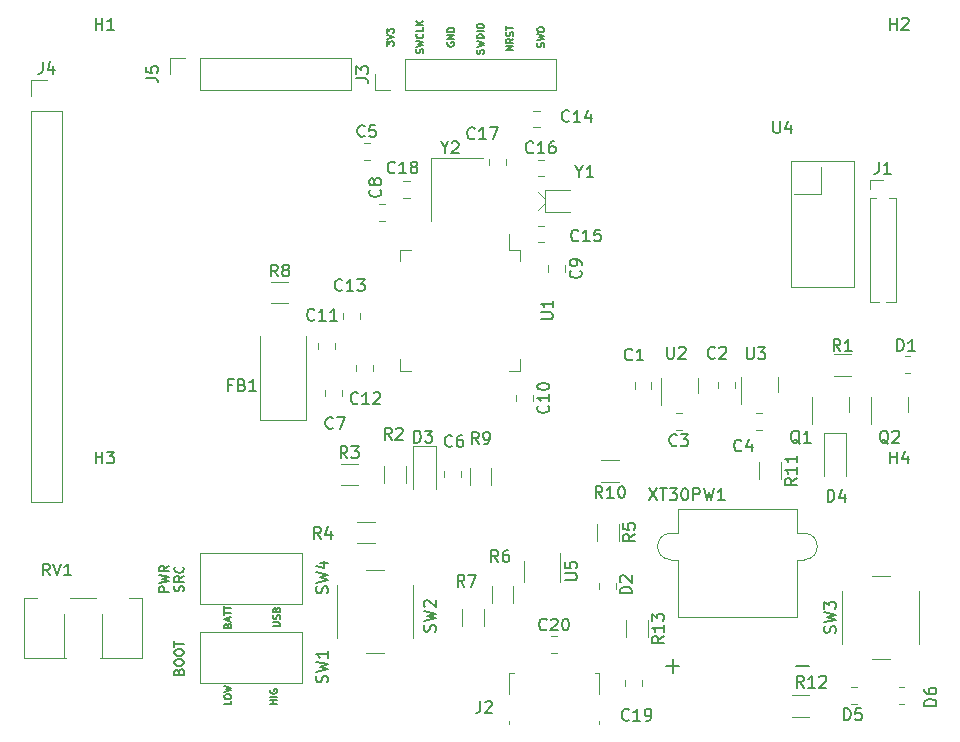
<source format=gbr>
%TF.GenerationSoftware,KiCad,Pcbnew,(6.0.7)*%
%TF.CreationDate,2023-01-25T23:34:06+01:00*%
%TF.ProjectId,TFT_RF_1.0,5446545f-5246-45f3-912e-302e6b696361,rev?*%
%TF.SameCoordinates,Original*%
%TF.FileFunction,Legend,Top*%
%TF.FilePolarity,Positive*%
%FSLAX46Y46*%
G04 Gerber Fmt 4.6, Leading zero omitted, Abs format (unit mm)*
G04 Created by KiCad (PCBNEW (6.0.7)) date 2023-01-25 23:34:06*
%MOMM*%
%LPD*%
G01*
G04 APERTURE LIST*
%ADD10C,0.150000*%
%ADD11C,0.120000*%
G04 APERTURE END LIST*
D10*
X45117857Y-2703571D02*
X45146428Y-2617857D01*
X45146428Y-2475000D01*
X45117857Y-2417857D01*
X45089285Y-2389285D01*
X45032142Y-2360714D01*
X44975000Y-2360714D01*
X44917857Y-2389285D01*
X44889285Y-2417857D01*
X44860714Y-2475000D01*
X44832142Y-2589285D01*
X44803571Y-2646428D01*
X44775000Y-2675000D01*
X44717857Y-2703571D01*
X44660714Y-2703571D01*
X44603571Y-2675000D01*
X44575000Y-2646428D01*
X44546428Y-2589285D01*
X44546428Y-2446428D01*
X44575000Y-2360714D01*
X44546428Y-2160714D02*
X45146428Y-2017857D01*
X44717857Y-1903571D01*
X45146428Y-1789285D01*
X44546428Y-1646428D01*
X44546428Y-1303571D02*
X44546428Y-1189285D01*
X44575000Y-1132142D01*
X44632142Y-1075000D01*
X44746428Y-1046428D01*
X44946428Y-1046428D01*
X45060714Y-1075000D01*
X45117857Y-1132142D01*
X45146428Y-1189285D01*
X45146428Y-1303571D01*
X45117857Y-1360714D01*
X45060714Y-1417857D01*
X44946428Y-1446428D01*
X44746428Y-1446428D01*
X44632142Y-1417857D01*
X44575000Y-1360714D01*
X44546428Y-1303571D01*
X22521428Y-58364285D02*
X21921428Y-58364285D01*
X22207142Y-58364285D02*
X22207142Y-58021428D01*
X22521428Y-58021428D02*
X21921428Y-58021428D01*
X22521428Y-57735714D02*
X21921428Y-57735714D01*
X21950000Y-57135714D02*
X21921428Y-57192857D01*
X21921428Y-57278571D01*
X21950000Y-57364285D01*
X22007142Y-57421428D01*
X22064285Y-57450000D01*
X22178571Y-57478571D01*
X22264285Y-57478571D01*
X22378571Y-57450000D01*
X22435714Y-57421428D01*
X22492857Y-57364285D01*
X22521428Y-57278571D01*
X22521428Y-57221428D01*
X22492857Y-57135714D01*
X22464285Y-57107142D01*
X22264285Y-57107142D01*
X22264285Y-57221428D01*
X13342904Y-48816666D02*
X12542904Y-48816666D01*
X12542904Y-48511904D01*
X12581000Y-48435714D01*
X12619095Y-48397619D01*
X12695285Y-48359523D01*
X12809571Y-48359523D01*
X12885761Y-48397619D01*
X12923857Y-48435714D01*
X12961952Y-48511904D01*
X12961952Y-48816666D01*
X12542904Y-48092857D02*
X13342904Y-47902380D01*
X12771476Y-47750000D01*
X13342904Y-47597619D01*
X12542904Y-47407142D01*
X13342904Y-46645238D02*
X12961952Y-46911904D01*
X13342904Y-47102380D02*
X12542904Y-47102380D01*
X12542904Y-46797619D01*
X12581000Y-46721428D01*
X12619095Y-46683333D01*
X12695285Y-46645238D01*
X12809571Y-46645238D01*
X12885761Y-46683333D01*
X12923857Y-46721428D01*
X12961952Y-46797619D01*
X12961952Y-47102380D01*
X14592809Y-48778571D02*
X14630904Y-48664285D01*
X14630904Y-48473809D01*
X14592809Y-48397619D01*
X14554714Y-48359523D01*
X14478523Y-48321428D01*
X14402333Y-48321428D01*
X14326142Y-48359523D01*
X14288047Y-48397619D01*
X14249952Y-48473809D01*
X14211857Y-48626190D01*
X14173761Y-48702380D01*
X14135666Y-48740476D01*
X14059476Y-48778571D01*
X13983285Y-48778571D01*
X13907095Y-48740476D01*
X13869000Y-48702380D01*
X13830904Y-48626190D01*
X13830904Y-48435714D01*
X13869000Y-48321428D01*
X14630904Y-47521428D02*
X14249952Y-47788095D01*
X14630904Y-47978571D02*
X13830904Y-47978571D01*
X13830904Y-47673809D01*
X13869000Y-47597619D01*
X13907095Y-47559523D01*
X13983285Y-47521428D01*
X14097571Y-47521428D01*
X14173761Y-47559523D01*
X14211857Y-47597619D01*
X14249952Y-47673809D01*
X14249952Y-47978571D01*
X14554714Y-46721428D02*
X14592809Y-46759523D01*
X14630904Y-46873809D01*
X14630904Y-46950000D01*
X14592809Y-47064285D01*
X14516619Y-47140476D01*
X14440428Y-47178571D01*
X14288047Y-47216666D01*
X14173761Y-47216666D01*
X14021380Y-47178571D01*
X13945190Y-47140476D01*
X13869000Y-47064285D01*
X13830904Y-46950000D01*
X13830904Y-46873809D01*
X13869000Y-46759523D01*
X13907095Y-46721428D01*
X31796428Y-2617857D02*
X31796428Y-2246428D01*
X32025000Y-2446428D01*
X32025000Y-2360714D01*
X32053571Y-2303571D01*
X32082142Y-2275000D01*
X32139285Y-2246428D01*
X32282142Y-2246428D01*
X32339285Y-2275000D01*
X32367857Y-2303571D01*
X32396428Y-2360714D01*
X32396428Y-2532142D01*
X32367857Y-2589285D01*
X32339285Y-2617857D01*
X31796428Y-2075000D02*
X32396428Y-1875000D01*
X31796428Y-1675000D01*
X31796428Y-1532142D02*
X31796428Y-1160714D01*
X32025000Y-1360714D01*
X32025000Y-1275000D01*
X32053571Y-1217857D01*
X32082142Y-1189285D01*
X32139285Y-1160714D01*
X32282142Y-1160714D01*
X32339285Y-1189285D01*
X32367857Y-1217857D01*
X32396428Y-1275000D01*
X32396428Y-1446428D01*
X32367857Y-1503571D01*
X32339285Y-1532142D01*
X18646428Y-58096428D02*
X18646428Y-58382142D01*
X18046428Y-58382142D01*
X18046428Y-57782142D02*
X18046428Y-57667857D01*
X18075000Y-57610714D01*
X18132142Y-57553571D01*
X18246428Y-57525000D01*
X18446428Y-57525000D01*
X18560714Y-57553571D01*
X18617857Y-57610714D01*
X18646428Y-57667857D01*
X18646428Y-57782142D01*
X18617857Y-57839285D01*
X18560714Y-57896428D01*
X18446428Y-57925000D01*
X18246428Y-57925000D01*
X18132142Y-57896428D01*
X18075000Y-57839285D01*
X18046428Y-57782142D01*
X18046428Y-57325000D02*
X18646428Y-57182142D01*
X18217857Y-57067857D01*
X18646428Y-56953571D01*
X18046428Y-56810714D01*
X36950000Y-2332142D02*
X36921428Y-2389285D01*
X36921428Y-2475000D01*
X36950000Y-2560714D01*
X37007142Y-2617857D01*
X37064285Y-2646428D01*
X37178571Y-2675000D01*
X37264285Y-2675000D01*
X37378571Y-2646428D01*
X37435714Y-2617857D01*
X37492857Y-2560714D01*
X37521428Y-2475000D01*
X37521428Y-2417857D01*
X37492857Y-2332142D01*
X37464285Y-2303571D01*
X37264285Y-2303571D01*
X37264285Y-2417857D01*
X37521428Y-2046428D02*
X36921428Y-2046428D01*
X37521428Y-1703571D01*
X36921428Y-1703571D01*
X37521428Y-1417857D02*
X36921428Y-1417857D01*
X36921428Y-1275000D01*
X36950000Y-1189285D01*
X37007142Y-1132142D01*
X37064285Y-1103571D01*
X37178571Y-1075000D01*
X37264285Y-1075000D01*
X37378571Y-1103571D01*
X37435714Y-1132142D01*
X37492857Y-1189285D01*
X37521428Y-1275000D01*
X37521428Y-1417857D01*
X42521428Y-2985714D02*
X41921428Y-2985714D01*
X42521428Y-2642857D01*
X41921428Y-2642857D01*
X42521428Y-2014285D02*
X42235714Y-2214285D01*
X42521428Y-2357142D02*
X41921428Y-2357142D01*
X41921428Y-2128571D01*
X41950000Y-2071428D01*
X41978571Y-2042857D01*
X42035714Y-2014285D01*
X42121428Y-2014285D01*
X42178571Y-2042857D01*
X42207142Y-2071428D01*
X42235714Y-2128571D01*
X42235714Y-2357142D01*
X42492857Y-1785714D02*
X42521428Y-1700000D01*
X42521428Y-1557142D01*
X42492857Y-1500000D01*
X42464285Y-1471428D01*
X42407142Y-1442857D01*
X42350000Y-1442857D01*
X42292857Y-1471428D01*
X42264285Y-1500000D01*
X42235714Y-1557142D01*
X42207142Y-1671428D01*
X42178571Y-1728571D01*
X42150000Y-1757142D01*
X42092857Y-1785714D01*
X42035714Y-1785714D01*
X41978571Y-1757142D01*
X41950000Y-1728571D01*
X41921428Y-1671428D01*
X41921428Y-1528571D01*
X41950000Y-1442857D01*
X41921428Y-1271428D02*
X41921428Y-928571D01*
X42521428Y-1100000D02*
X41921428Y-1100000D01*
X39992857Y-3271428D02*
X40021428Y-3185714D01*
X40021428Y-3042857D01*
X39992857Y-2985714D01*
X39964285Y-2957142D01*
X39907142Y-2928571D01*
X39850000Y-2928571D01*
X39792857Y-2957142D01*
X39764285Y-2985714D01*
X39735714Y-3042857D01*
X39707142Y-3157142D01*
X39678571Y-3214285D01*
X39650000Y-3242857D01*
X39592857Y-3271428D01*
X39535714Y-3271428D01*
X39478571Y-3242857D01*
X39450000Y-3214285D01*
X39421428Y-3157142D01*
X39421428Y-3014285D01*
X39450000Y-2928571D01*
X39421428Y-2728571D02*
X40021428Y-2585714D01*
X39592857Y-2471428D01*
X40021428Y-2357142D01*
X39421428Y-2214285D01*
X40021428Y-1985714D02*
X39421428Y-1985714D01*
X39421428Y-1842857D01*
X39450000Y-1757142D01*
X39507142Y-1700000D01*
X39564285Y-1671428D01*
X39678571Y-1642857D01*
X39764285Y-1642857D01*
X39878571Y-1671428D01*
X39935714Y-1700000D01*
X39992857Y-1757142D01*
X40021428Y-1842857D01*
X40021428Y-1985714D01*
X40021428Y-1385714D02*
X39421428Y-1385714D01*
X39421428Y-985714D02*
X39421428Y-871428D01*
X39450000Y-814285D01*
X39507142Y-757142D01*
X39621428Y-728571D01*
X39821428Y-728571D01*
X39935714Y-757142D01*
X39992857Y-814285D01*
X40021428Y-871428D01*
X40021428Y-985714D01*
X39992857Y-1042857D01*
X39935714Y-1100000D01*
X39821428Y-1128571D01*
X39621428Y-1128571D01*
X39507142Y-1100000D01*
X39450000Y-1042857D01*
X39421428Y-985714D01*
X22171428Y-51757142D02*
X22657142Y-51757142D01*
X22714285Y-51728571D01*
X22742857Y-51700000D01*
X22771428Y-51642857D01*
X22771428Y-51528571D01*
X22742857Y-51471428D01*
X22714285Y-51442857D01*
X22657142Y-51414285D01*
X22171428Y-51414285D01*
X22742857Y-51157142D02*
X22771428Y-51071428D01*
X22771428Y-50928571D01*
X22742857Y-50871428D01*
X22714285Y-50842857D01*
X22657142Y-50814285D01*
X22600000Y-50814285D01*
X22542857Y-50842857D01*
X22514285Y-50871428D01*
X22485714Y-50928571D01*
X22457142Y-51042857D01*
X22428571Y-51100000D01*
X22400000Y-51128571D01*
X22342857Y-51157142D01*
X22285714Y-51157142D01*
X22228571Y-51128571D01*
X22200000Y-51100000D01*
X22171428Y-51042857D01*
X22171428Y-50900000D01*
X22200000Y-50814285D01*
X22457142Y-50357142D02*
X22485714Y-50271428D01*
X22514285Y-50242857D01*
X22571428Y-50214285D01*
X22657142Y-50214285D01*
X22714285Y-50242857D01*
X22742857Y-50271428D01*
X22771428Y-50328571D01*
X22771428Y-50557142D01*
X22171428Y-50557142D01*
X22171428Y-50357142D01*
X22200000Y-50300000D01*
X22228571Y-50271428D01*
X22285714Y-50242857D01*
X22342857Y-50242857D01*
X22400000Y-50271428D01*
X22428571Y-50300000D01*
X22457142Y-50357142D01*
X22457142Y-50557142D01*
X18332142Y-51671428D02*
X18360714Y-51585714D01*
X18389285Y-51557142D01*
X18446428Y-51528571D01*
X18532142Y-51528571D01*
X18589285Y-51557142D01*
X18617857Y-51585714D01*
X18646428Y-51642857D01*
X18646428Y-51871428D01*
X18046428Y-51871428D01*
X18046428Y-51671428D01*
X18075000Y-51614285D01*
X18103571Y-51585714D01*
X18160714Y-51557142D01*
X18217857Y-51557142D01*
X18275000Y-51585714D01*
X18303571Y-51614285D01*
X18332142Y-51671428D01*
X18332142Y-51871428D01*
X18475000Y-51300000D02*
X18475000Y-51014285D01*
X18646428Y-51357142D02*
X18046428Y-51157142D01*
X18646428Y-50957142D01*
X18046428Y-50842857D02*
X18046428Y-50500000D01*
X18646428Y-50671428D02*
X18046428Y-50671428D01*
X18046428Y-50385714D02*
X18046428Y-50042857D01*
X18646428Y-50214285D02*
X18046428Y-50214285D01*
X34867857Y-3232142D02*
X34896428Y-3146428D01*
X34896428Y-3003571D01*
X34867857Y-2946428D01*
X34839285Y-2917857D01*
X34782142Y-2889285D01*
X34725000Y-2889285D01*
X34667857Y-2917857D01*
X34639285Y-2946428D01*
X34610714Y-3003571D01*
X34582142Y-3117857D01*
X34553571Y-3175000D01*
X34525000Y-3203571D01*
X34467857Y-3232142D01*
X34410714Y-3232142D01*
X34353571Y-3203571D01*
X34325000Y-3175000D01*
X34296428Y-3117857D01*
X34296428Y-2975000D01*
X34325000Y-2889285D01*
X34296428Y-2689285D02*
X34896428Y-2546428D01*
X34467857Y-2432142D01*
X34896428Y-2317857D01*
X34296428Y-2175000D01*
X34839285Y-1603571D02*
X34867857Y-1632142D01*
X34896428Y-1717857D01*
X34896428Y-1775000D01*
X34867857Y-1860714D01*
X34810714Y-1917857D01*
X34753571Y-1946428D01*
X34639285Y-1975000D01*
X34553571Y-1975000D01*
X34439285Y-1946428D01*
X34382142Y-1917857D01*
X34325000Y-1860714D01*
X34296428Y-1775000D01*
X34296428Y-1717857D01*
X34325000Y-1632142D01*
X34353571Y-1603571D01*
X34896428Y-1060714D02*
X34896428Y-1346428D01*
X34296428Y-1346428D01*
X34896428Y-860714D02*
X34296428Y-860714D01*
X34896428Y-517857D02*
X34553571Y-775000D01*
X34296428Y-517857D02*
X34639285Y-860714D01*
X14192857Y-55585714D02*
X14230952Y-55471428D01*
X14269047Y-55433333D01*
X14345238Y-55395238D01*
X14459523Y-55395238D01*
X14535714Y-55433333D01*
X14573809Y-55471428D01*
X14611904Y-55547619D01*
X14611904Y-55852380D01*
X13811904Y-55852380D01*
X13811904Y-55585714D01*
X13850000Y-55509523D01*
X13888095Y-55471428D01*
X13964285Y-55433333D01*
X14040476Y-55433333D01*
X14116666Y-55471428D01*
X14154761Y-55509523D01*
X14192857Y-55585714D01*
X14192857Y-55852380D01*
X13811904Y-54900000D02*
X13811904Y-54747619D01*
X13850000Y-54671428D01*
X13926190Y-54595238D01*
X14078571Y-54557142D01*
X14345238Y-54557142D01*
X14497619Y-54595238D01*
X14573809Y-54671428D01*
X14611904Y-54747619D01*
X14611904Y-54900000D01*
X14573809Y-54976190D01*
X14497619Y-55052380D01*
X14345238Y-55090476D01*
X14078571Y-55090476D01*
X13926190Y-55052380D01*
X13850000Y-54976190D01*
X13811904Y-54900000D01*
X13811904Y-54061904D02*
X13811904Y-53909523D01*
X13850000Y-53833333D01*
X13926190Y-53757142D01*
X14078571Y-53719047D01*
X14345238Y-53719047D01*
X14497619Y-53757142D01*
X14573809Y-53833333D01*
X14611904Y-53909523D01*
X14611904Y-54061904D01*
X14573809Y-54138095D01*
X14497619Y-54214285D01*
X14345238Y-54252380D01*
X14078571Y-54252380D01*
X13926190Y-54214285D01*
X13850000Y-54138095D01*
X13811904Y-54061904D01*
X13811904Y-53490476D02*
X13811904Y-53033333D01*
X14611904Y-53261904D02*
X13811904Y-53261904D01*
%TO.C,U4*%
X64538095Y-8997380D02*
X64538095Y-9806904D01*
X64585714Y-9902142D01*
X64633333Y-9949761D01*
X64728571Y-9997380D01*
X64919047Y-9997380D01*
X65014285Y-9949761D01*
X65061904Y-9902142D01*
X65109523Y-9806904D01*
X65109523Y-8997380D01*
X66014285Y-9330714D02*
X66014285Y-9997380D01*
X65776190Y-8949761D02*
X65538095Y-9664047D01*
X66157142Y-9664047D01*
%TO.C,C16*%
X44197142Y-11617142D02*
X44149523Y-11664761D01*
X44006666Y-11712380D01*
X43911428Y-11712380D01*
X43768571Y-11664761D01*
X43673333Y-11569523D01*
X43625714Y-11474285D01*
X43578095Y-11283809D01*
X43578095Y-11140952D01*
X43625714Y-10950476D01*
X43673333Y-10855238D01*
X43768571Y-10760000D01*
X43911428Y-10712380D01*
X44006666Y-10712380D01*
X44149523Y-10760000D01*
X44197142Y-10807619D01*
X45149523Y-11712380D02*
X44578095Y-11712380D01*
X44863809Y-11712380D02*
X44863809Y-10712380D01*
X44768571Y-10855238D01*
X44673333Y-10950476D01*
X44578095Y-10998095D01*
X46006666Y-10712380D02*
X45816190Y-10712380D01*
X45720952Y-10760000D01*
X45673333Y-10807619D01*
X45578095Y-10950476D01*
X45530476Y-11140952D01*
X45530476Y-11521904D01*
X45578095Y-11617142D01*
X45625714Y-11664761D01*
X45720952Y-11712380D01*
X45911428Y-11712380D01*
X46006666Y-11664761D01*
X46054285Y-11617142D01*
X46101904Y-11521904D01*
X46101904Y-11283809D01*
X46054285Y-11188571D01*
X46006666Y-11140952D01*
X45911428Y-11093333D01*
X45720952Y-11093333D01*
X45625714Y-11140952D01*
X45578095Y-11188571D01*
X45530476Y-11283809D01*
%TO.C,C15*%
X48032142Y-19082142D02*
X47984523Y-19129761D01*
X47841666Y-19177380D01*
X47746428Y-19177380D01*
X47603571Y-19129761D01*
X47508333Y-19034523D01*
X47460714Y-18939285D01*
X47413095Y-18748809D01*
X47413095Y-18605952D01*
X47460714Y-18415476D01*
X47508333Y-18320238D01*
X47603571Y-18225000D01*
X47746428Y-18177380D01*
X47841666Y-18177380D01*
X47984523Y-18225000D01*
X48032142Y-18272619D01*
X48984523Y-19177380D02*
X48413095Y-19177380D01*
X48698809Y-19177380D02*
X48698809Y-18177380D01*
X48603571Y-18320238D01*
X48508333Y-18415476D01*
X48413095Y-18463095D01*
X49889285Y-18177380D02*
X49413095Y-18177380D01*
X49365476Y-18653571D01*
X49413095Y-18605952D01*
X49508333Y-18558333D01*
X49746428Y-18558333D01*
X49841666Y-18605952D01*
X49889285Y-18653571D01*
X49936904Y-18748809D01*
X49936904Y-18986904D01*
X49889285Y-19082142D01*
X49841666Y-19129761D01*
X49746428Y-19177380D01*
X49508333Y-19177380D01*
X49413095Y-19129761D01*
X49365476Y-19082142D01*
%TO.C,C11*%
X25682142Y-25782142D02*
X25634523Y-25829761D01*
X25491666Y-25877380D01*
X25396428Y-25877380D01*
X25253571Y-25829761D01*
X25158333Y-25734523D01*
X25110714Y-25639285D01*
X25063095Y-25448809D01*
X25063095Y-25305952D01*
X25110714Y-25115476D01*
X25158333Y-25020238D01*
X25253571Y-24925000D01*
X25396428Y-24877380D01*
X25491666Y-24877380D01*
X25634523Y-24925000D01*
X25682142Y-24972619D01*
X26634523Y-25877380D02*
X26063095Y-25877380D01*
X26348809Y-25877380D02*
X26348809Y-24877380D01*
X26253571Y-25020238D01*
X26158333Y-25115476D01*
X26063095Y-25163095D01*
X27586904Y-25877380D02*
X27015476Y-25877380D01*
X27301190Y-25877380D02*
X27301190Y-24877380D01*
X27205952Y-25020238D01*
X27110714Y-25115476D01*
X27015476Y-25163095D01*
%TO.C,D4*%
X69136904Y-41202380D02*
X69136904Y-40202380D01*
X69375000Y-40202380D01*
X69517857Y-40250000D01*
X69613095Y-40345238D01*
X69660714Y-40440476D01*
X69708333Y-40630952D01*
X69708333Y-40773809D01*
X69660714Y-40964285D01*
X69613095Y-41059523D01*
X69517857Y-41154761D01*
X69375000Y-41202380D01*
X69136904Y-41202380D01*
X70565476Y-40535714D02*
X70565476Y-41202380D01*
X70327380Y-40154761D02*
X70089285Y-40869047D01*
X70708333Y-40869047D01*
%TO.C,D6*%
X78327380Y-58488095D02*
X77327380Y-58488095D01*
X77327380Y-58250000D01*
X77375000Y-58107142D01*
X77470238Y-58011904D01*
X77565476Y-57964285D01*
X77755952Y-57916666D01*
X77898809Y-57916666D01*
X78089285Y-57964285D01*
X78184523Y-58011904D01*
X78279761Y-58107142D01*
X78327380Y-58250000D01*
X78327380Y-58488095D01*
X77327380Y-57059523D02*
X77327380Y-57250000D01*
X77375000Y-57345238D01*
X77422619Y-57392857D01*
X77565476Y-57488095D01*
X77755952Y-57535714D01*
X78136904Y-57535714D01*
X78232142Y-57488095D01*
X78279761Y-57440476D01*
X78327380Y-57345238D01*
X78327380Y-57154761D01*
X78279761Y-57059523D01*
X78232142Y-57011904D01*
X78136904Y-56964285D01*
X77898809Y-56964285D01*
X77803571Y-57011904D01*
X77755952Y-57059523D01*
X77708333Y-57154761D01*
X77708333Y-57345238D01*
X77755952Y-57440476D01*
X77803571Y-57488095D01*
X77898809Y-57535714D01*
%TO.C,C6*%
X37333333Y-36482142D02*
X37285714Y-36529761D01*
X37142857Y-36577380D01*
X37047619Y-36577380D01*
X36904761Y-36529761D01*
X36809523Y-36434523D01*
X36761904Y-36339285D01*
X36714285Y-36148809D01*
X36714285Y-36005952D01*
X36761904Y-35815476D01*
X36809523Y-35720238D01*
X36904761Y-35625000D01*
X37047619Y-35577380D01*
X37142857Y-35577380D01*
X37285714Y-35625000D01*
X37333333Y-35672619D01*
X38190476Y-35577380D02*
X38000000Y-35577380D01*
X37904761Y-35625000D01*
X37857142Y-35672619D01*
X37761904Y-35815476D01*
X37714285Y-36005952D01*
X37714285Y-36386904D01*
X37761904Y-36482142D01*
X37809523Y-36529761D01*
X37904761Y-36577380D01*
X38095238Y-36577380D01*
X38190476Y-36529761D01*
X38238095Y-36482142D01*
X38285714Y-36386904D01*
X38285714Y-36148809D01*
X38238095Y-36053571D01*
X38190476Y-36005952D01*
X38095238Y-35958333D01*
X37904761Y-35958333D01*
X37809523Y-36005952D01*
X37761904Y-36053571D01*
X37714285Y-36148809D01*
%TO.C,J4*%
X2666666Y-3972380D02*
X2666666Y-4686666D01*
X2619047Y-4829523D01*
X2523809Y-4924761D01*
X2380952Y-4972380D01*
X2285714Y-4972380D01*
X3571428Y-4305714D02*
X3571428Y-4972380D01*
X3333333Y-3924761D02*
X3095238Y-4639047D01*
X3714285Y-4639047D01*
%TO.C,R7*%
X38383333Y-48402380D02*
X38050000Y-47926190D01*
X37811904Y-48402380D02*
X37811904Y-47402380D01*
X38192857Y-47402380D01*
X38288095Y-47450000D01*
X38335714Y-47497619D01*
X38383333Y-47592857D01*
X38383333Y-47735714D01*
X38335714Y-47830952D01*
X38288095Y-47878571D01*
X38192857Y-47926190D01*
X37811904Y-47926190D01*
X38716666Y-47402380D02*
X39383333Y-47402380D01*
X38954761Y-48402380D01*
%TO.C,C13*%
X28032142Y-23282142D02*
X27984523Y-23329761D01*
X27841666Y-23377380D01*
X27746428Y-23377380D01*
X27603571Y-23329761D01*
X27508333Y-23234523D01*
X27460714Y-23139285D01*
X27413095Y-22948809D01*
X27413095Y-22805952D01*
X27460714Y-22615476D01*
X27508333Y-22520238D01*
X27603571Y-22425000D01*
X27746428Y-22377380D01*
X27841666Y-22377380D01*
X27984523Y-22425000D01*
X28032142Y-22472619D01*
X28984523Y-23377380D02*
X28413095Y-23377380D01*
X28698809Y-23377380D02*
X28698809Y-22377380D01*
X28603571Y-22520238D01*
X28508333Y-22615476D01*
X28413095Y-22663095D01*
X29317857Y-22377380D02*
X29936904Y-22377380D01*
X29603571Y-22758333D01*
X29746428Y-22758333D01*
X29841666Y-22805952D01*
X29889285Y-22853571D01*
X29936904Y-22948809D01*
X29936904Y-23186904D01*
X29889285Y-23282142D01*
X29841666Y-23329761D01*
X29746428Y-23377380D01*
X29460714Y-23377380D01*
X29365476Y-23329761D01*
X29317857Y-23282142D01*
%TO.C,R2*%
X32208333Y-35952380D02*
X31875000Y-35476190D01*
X31636904Y-35952380D02*
X31636904Y-34952380D01*
X32017857Y-34952380D01*
X32113095Y-35000000D01*
X32160714Y-35047619D01*
X32208333Y-35142857D01*
X32208333Y-35285714D01*
X32160714Y-35380952D01*
X32113095Y-35428571D01*
X32017857Y-35476190D01*
X31636904Y-35476190D01*
X32589285Y-35047619D02*
X32636904Y-35000000D01*
X32732142Y-34952380D01*
X32970238Y-34952380D01*
X33065476Y-35000000D01*
X33113095Y-35047619D01*
X33160714Y-35142857D01*
X33160714Y-35238095D01*
X33113095Y-35380952D01*
X32541666Y-35952380D01*
X33160714Y-35952380D01*
%TO.C,C14*%
X47247142Y-8967142D02*
X47199523Y-9014761D01*
X47056666Y-9062380D01*
X46961428Y-9062380D01*
X46818571Y-9014761D01*
X46723333Y-8919523D01*
X46675714Y-8824285D01*
X46628095Y-8633809D01*
X46628095Y-8490952D01*
X46675714Y-8300476D01*
X46723333Y-8205238D01*
X46818571Y-8110000D01*
X46961428Y-8062380D01*
X47056666Y-8062380D01*
X47199523Y-8110000D01*
X47247142Y-8157619D01*
X48199523Y-9062380D02*
X47628095Y-9062380D01*
X47913809Y-9062380D02*
X47913809Y-8062380D01*
X47818571Y-8205238D01*
X47723333Y-8300476D01*
X47628095Y-8348095D01*
X49056666Y-8395714D02*
X49056666Y-9062380D01*
X48818571Y-8014761D02*
X48580476Y-8729047D01*
X49199523Y-8729047D01*
%TO.C,RV1*%
X3279761Y-47452380D02*
X2946428Y-46976190D01*
X2708333Y-47452380D02*
X2708333Y-46452380D01*
X3089285Y-46452380D01*
X3184523Y-46500000D01*
X3232142Y-46547619D01*
X3279761Y-46642857D01*
X3279761Y-46785714D01*
X3232142Y-46880952D01*
X3184523Y-46928571D01*
X3089285Y-46976190D01*
X2708333Y-46976190D01*
X3565476Y-46452380D02*
X3898809Y-47452380D01*
X4232142Y-46452380D01*
X5089285Y-47452380D02*
X4517857Y-47452380D01*
X4803571Y-47452380D02*
X4803571Y-46452380D01*
X4708333Y-46595238D01*
X4613095Y-46690476D01*
X4517857Y-46738095D01*
%TO.C,D2*%
X52542380Y-48978095D02*
X51542380Y-48978095D01*
X51542380Y-48740000D01*
X51590000Y-48597142D01*
X51685238Y-48501904D01*
X51780476Y-48454285D01*
X51970952Y-48406666D01*
X52113809Y-48406666D01*
X52304285Y-48454285D01*
X52399523Y-48501904D01*
X52494761Y-48597142D01*
X52542380Y-48740000D01*
X52542380Y-48978095D01*
X51637619Y-48025714D02*
X51590000Y-47978095D01*
X51542380Y-47882857D01*
X51542380Y-47644761D01*
X51590000Y-47549523D01*
X51637619Y-47501904D01*
X51732857Y-47454285D01*
X51828095Y-47454285D01*
X51970952Y-47501904D01*
X52542380Y-48073333D01*
X52542380Y-47454285D01*
%TO.C,C9*%
X48207142Y-21641666D02*
X48254761Y-21689285D01*
X48302380Y-21832142D01*
X48302380Y-21927380D01*
X48254761Y-22070238D01*
X48159523Y-22165476D01*
X48064285Y-22213095D01*
X47873809Y-22260714D01*
X47730952Y-22260714D01*
X47540476Y-22213095D01*
X47445238Y-22165476D01*
X47350000Y-22070238D01*
X47302380Y-21927380D01*
X47302380Y-21832142D01*
X47350000Y-21689285D01*
X47397619Y-21641666D01*
X48302380Y-21165476D02*
X48302380Y-20975000D01*
X48254761Y-20879761D01*
X48207142Y-20832142D01*
X48064285Y-20736904D01*
X47873809Y-20689285D01*
X47492857Y-20689285D01*
X47397619Y-20736904D01*
X47350000Y-20784523D01*
X47302380Y-20879761D01*
X47302380Y-21070238D01*
X47350000Y-21165476D01*
X47397619Y-21213095D01*
X47492857Y-21260714D01*
X47730952Y-21260714D01*
X47826190Y-21213095D01*
X47873809Y-21165476D01*
X47921428Y-21070238D01*
X47921428Y-20879761D01*
X47873809Y-20784523D01*
X47826190Y-20736904D01*
X47730952Y-20689285D01*
%TO.C,Q1*%
X66779761Y-36297619D02*
X66684523Y-36250000D01*
X66589285Y-36154761D01*
X66446428Y-36011904D01*
X66351190Y-35964285D01*
X66255952Y-35964285D01*
X66303571Y-36202380D02*
X66208333Y-36154761D01*
X66113095Y-36059523D01*
X66065476Y-35869047D01*
X66065476Y-35535714D01*
X66113095Y-35345238D01*
X66208333Y-35250000D01*
X66303571Y-35202380D01*
X66494047Y-35202380D01*
X66589285Y-35250000D01*
X66684523Y-35345238D01*
X66732142Y-35535714D01*
X66732142Y-35869047D01*
X66684523Y-36059523D01*
X66589285Y-36154761D01*
X66494047Y-36202380D01*
X66303571Y-36202380D01*
X67684523Y-36202380D02*
X67113095Y-36202380D01*
X67398809Y-36202380D02*
X67398809Y-35202380D01*
X67303571Y-35345238D01*
X67208333Y-35440476D01*
X67113095Y-35488095D01*
%TO.C,C4*%
X61833333Y-36857142D02*
X61785714Y-36904761D01*
X61642857Y-36952380D01*
X61547619Y-36952380D01*
X61404761Y-36904761D01*
X61309523Y-36809523D01*
X61261904Y-36714285D01*
X61214285Y-36523809D01*
X61214285Y-36380952D01*
X61261904Y-36190476D01*
X61309523Y-36095238D01*
X61404761Y-36000000D01*
X61547619Y-35952380D01*
X61642857Y-35952380D01*
X61785714Y-36000000D01*
X61833333Y-36047619D01*
X62690476Y-36285714D02*
X62690476Y-36952380D01*
X62452380Y-35904761D02*
X62214285Y-36619047D01*
X62833333Y-36619047D01*
%TO.C,U2*%
X55538095Y-28102380D02*
X55538095Y-28911904D01*
X55585714Y-29007142D01*
X55633333Y-29054761D01*
X55728571Y-29102380D01*
X55919047Y-29102380D01*
X56014285Y-29054761D01*
X56061904Y-29007142D01*
X56109523Y-28911904D01*
X56109523Y-28102380D01*
X56538095Y-28197619D02*
X56585714Y-28150000D01*
X56680952Y-28102380D01*
X56919047Y-28102380D01*
X57014285Y-28150000D01*
X57061904Y-28197619D01*
X57109523Y-28292857D01*
X57109523Y-28388095D01*
X57061904Y-28530952D01*
X56490476Y-29102380D01*
X57109523Y-29102380D01*
%TO.C,R6*%
X41233333Y-46302380D02*
X40900000Y-45826190D01*
X40661904Y-46302380D02*
X40661904Y-45302380D01*
X41042857Y-45302380D01*
X41138095Y-45350000D01*
X41185714Y-45397619D01*
X41233333Y-45492857D01*
X41233333Y-45635714D01*
X41185714Y-45730952D01*
X41138095Y-45778571D01*
X41042857Y-45826190D01*
X40661904Y-45826190D01*
X42090476Y-45302380D02*
X41900000Y-45302380D01*
X41804761Y-45350000D01*
X41757142Y-45397619D01*
X41661904Y-45540476D01*
X41614285Y-45730952D01*
X41614285Y-46111904D01*
X41661904Y-46207142D01*
X41709523Y-46254761D01*
X41804761Y-46302380D01*
X41995238Y-46302380D01*
X42090476Y-46254761D01*
X42138095Y-46207142D01*
X42185714Y-46111904D01*
X42185714Y-45873809D01*
X42138095Y-45778571D01*
X42090476Y-45730952D01*
X41995238Y-45683333D01*
X41804761Y-45683333D01*
X41709523Y-45730952D01*
X41661904Y-45778571D01*
X41614285Y-45873809D01*
%TO.C,R10*%
X50057142Y-40897380D02*
X49723809Y-40421190D01*
X49485714Y-40897380D02*
X49485714Y-39897380D01*
X49866666Y-39897380D01*
X49961904Y-39945000D01*
X50009523Y-39992619D01*
X50057142Y-40087857D01*
X50057142Y-40230714D01*
X50009523Y-40325952D01*
X49961904Y-40373571D01*
X49866666Y-40421190D01*
X49485714Y-40421190D01*
X51009523Y-40897380D02*
X50438095Y-40897380D01*
X50723809Y-40897380D02*
X50723809Y-39897380D01*
X50628571Y-40040238D01*
X50533333Y-40135476D01*
X50438095Y-40183095D01*
X51628571Y-39897380D02*
X51723809Y-39897380D01*
X51819047Y-39945000D01*
X51866666Y-39992619D01*
X51914285Y-40087857D01*
X51961904Y-40278333D01*
X51961904Y-40516428D01*
X51914285Y-40706904D01*
X51866666Y-40802142D01*
X51819047Y-40849761D01*
X51723809Y-40897380D01*
X51628571Y-40897380D01*
X51533333Y-40849761D01*
X51485714Y-40802142D01*
X51438095Y-40706904D01*
X51390476Y-40516428D01*
X51390476Y-40278333D01*
X51438095Y-40087857D01*
X51485714Y-39992619D01*
X51533333Y-39945000D01*
X51628571Y-39897380D01*
%TO.C,C12*%
X29357142Y-32857142D02*
X29309523Y-32904761D01*
X29166666Y-32952380D01*
X29071428Y-32952380D01*
X28928571Y-32904761D01*
X28833333Y-32809523D01*
X28785714Y-32714285D01*
X28738095Y-32523809D01*
X28738095Y-32380952D01*
X28785714Y-32190476D01*
X28833333Y-32095238D01*
X28928571Y-32000000D01*
X29071428Y-31952380D01*
X29166666Y-31952380D01*
X29309523Y-32000000D01*
X29357142Y-32047619D01*
X30309523Y-32952380D02*
X29738095Y-32952380D01*
X30023809Y-32952380D02*
X30023809Y-31952380D01*
X29928571Y-32095238D01*
X29833333Y-32190476D01*
X29738095Y-32238095D01*
X30690476Y-32047619D02*
X30738095Y-32000000D01*
X30833333Y-31952380D01*
X31071428Y-31952380D01*
X31166666Y-32000000D01*
X31214285Y-32047619D01*
X31261904Y-32142857D01*
X31261904Y-32238095D01*
X31214285Y-32380952D01*
X30642857Y-32952380D01*
X31261904Y-32952380D01*
%TO.C,U1*%
X44852380Y-25761904D02*
X45661904Y-25761904D01*
X45757142Y-25714285D01*
X45804761Y-25666666D01*
X45852380Y-25571428D01*
X45852380Y-25380952D01*
X45804761Y-25285714D01*
X45757142Y-25238095D01*
X45661904Y-25190476D01*
X44852380Y-25190476D01*
X45852380Y-24190476D02*
X45852380Y-24761904D01*
X45852380Y-24476190D02*
X44852380Y-24476190D01*
X44995238Y-24571428D01*
X45090476Y-24666666D01*
X45138095Y-24761904D01*
%TO.C,SW4*%
X26779761Y-48958333D02*
X26827380Y-48815476D01*
X26827380Y-48577380D01*
X26779761Y-48482142D01*
X26732142Y-48434523D01*
X26636904Y-48386904D01*
X26541666Y-48386904D01*
X26446428Y-48434523D01*
X26398809Y-48482142D01*
X26351190Y-48577380D01*
X26303571Y-48767857D01*
X26255952Y-48863095D01*
X26208333Y-48910714D01*
X26113095Y-48958333D01*
X26017857Y-48958333D01*
X25922619Y-48910714D01*
X25875000Y-48863095D01*
X25827380Y-48767857D01*
X25827380Y-48529761D01*
X25875000Y-48386904D01*
X25827380Y-48053571D02*
X26827380Y-47815476D01*
X26113095Y-47625000D01*
X26827380Y-47434523D01*
X25827380Y-47196428D01*
X26160714Y-46386904D02*
X26827380Y-46386904D01*
X25779761Y-46625000D02*
X26494047Y-46863095D01*
X26494047Y-46244047D01*
%TO.C,D1*%
X75011904Y-28452380D02*
X75011904Y-27452380D01*
X75250000Y-27452380D01*
X75392857Y-27500000D01*
X75488095Y-27595238D01*
X75535714Y-27690476D01*
X75583333Y-27880952D01*
X75583333Y-28023809D01*
X75535714Y-28214285D01*
X75488095Y-28309523D01*
X75392857Y-28404761D01*
X75250000Y-28452380D01*
X75011904Y-28452380D01*
X76535714Y-28452380D02*
X75964285Y-28452380D01*
X76250000Y-28452380D02*
X76250000Y-27452380D01*
X76154761Y-27595238D01*
X76059523Y-27690476D01*
X75964285Y-27738095D01*
%TO.C,C3*%
X56358333Y-36407142D02*
X56310714Y-36454761D01*
X56167857Y-36502380D01*
X56072619Y-36502380D01*
X55929761Y-36454761D01*
X55834523Y-36359523D01*
X55786904Y-36264285D01*
X55739285Y-36073809D01*
X55739285Y-35930952D01*
X55786904Y-35740476D01*
X55834523Y-35645238D01*
X55929761Y-35550000D01*
X56072619Y-35502380D01*
X56167857Y-35502380D01*
X56310714Y-35550000D01*
X56358333Y-35597619D01*
X56691666Y-35502380D02*
X57310714Y-35502380D01*
X56977380Y-35883333D01*
X57120238Y-35883333D01*
X57215476Y-35930952D01*
X57263095Y-35978571D01*
X57310714Y-36073809D01*
X57310714Y-36311904D01*
X57263095Y-36407142D01*
X57215476Y-36454761D01*
X57120238Y-36502380D01*
X56834523Y-36502380D01*
X56739285Y-36454761D01*
X56691666Y-36407142D01*
%TO.C,C20*%
X45332142Y-52007142D02*
X45284523Y-52054761D01*
X45141666Y-52102380D01*
X45046428Y-52102380D01*
X44903571Y-52054761D01*
X44808333Y-51959523D01*
X44760714Y-51864285D01*
X44713095Y-51673809D01*
X44713095Y-51530952D01*
X44760714Y-51340476D01*
X44808333Y-51245238D01*
X44903571Y-51150000D01*
X45046428Y-51102380D01*
X45141666Y-51102380D01*
X45284523Y-51150000D01*
X45332142Y-51197619D01*
X45713095Y-51197619D02*
X45760714Y-51150000D01*
X45855952Y-51102380D01*
X46094047Y-51102380D01*
X46189285Y-51150000D01*
X46236904Y-51197619D01*
X46284523Y-51292857D01*
X46284523Y-51388095D01*
X46236904Y-51530952D01*
X45665476Y-52102380D01*
X46284523Y-52102380D01*
X46903571Y-51102380D02*
X46998809Y-51102380D01*
X47094047Y-51150000D01*
X47141666Y-51197619D01*
X47189285Y-51292857D01*
X47236904Y-51483333D01*
X47236904Y-51721428D01*
X47189285Y-51911904D01*
X47141666Y-52007142D01*
X47094047Y-52054761D01*
X46998809Y-52102380D01*
X46903571Y-52102380D01*
X46808333Y-52054761D01*
X46760714Y-52007142D01*
X46713095Y-51911904D01*
X46665476Y-51721428D01*
X46665476Y-51483333D01*
X46713095Y-51292857D01*
X46760714Y-51197619D01*
X46808333Y-51150000D01*
X46903571Y-51102380D01*
%TO.C,C10*%
X45457142Y-33067857D02*
X45504761Y-33115476D01*
X45552380Y-33258333D01*
X45552380Y-33353571D01*
X45504761Y-33496428D01*
X45409523Y-33591666D01*
X45314285Y-33639285D01*
X45123809Y-33686904D01*
X44980952Y-33686904D01*
X44790476Y-33639285D01*
X44695238Y-33591666D01*
X44600000Y-33496428D01*
X44552380Y-33353571D01*
X44552380Y-33258333D01*
X44600000Y-33115476D01*
X44647619Y-33067857D01*
X45552380Y-32115476D02*
X45552380Y-32686904D01*
X45552380Y-32401190D02*
X44552380Y-32401190D01*
X44695238Y-32496428D01*
X44790476Y-32591666D01*
X44838095Y-32686904D01*
X44552380Y-31496428D02*
X44552380Y-31401190D01*
X44600000Y-31305952D01*
X44647619Y-31258333D01*
X44742857Y-31210714D01*
X44933333Y-31163095D01*
X45171428Y-31163095D01*
X45361904Y-31210714D01*
X45457142Y-31258333D01*
X45504761Y-31305952D01*
X45552380Y-31401190D01*
X45552380Y-31496428D01*
X45504761Y-31591666D01*
X45457142Y-31639285D01*
X45361904Y-31686904D01*
X45171428Y-31734523D01*
X44933333Y-31734523D01*
X44742857Y-31686904D01*
X44647619Y-31639285D01*
X44600000Y-31591666D01*
X44552380Y-31496428D01*
%TO.C,R8*%
X22583333Y-22132380D02*
X22250000Y-21656190D01*
X22011904Y-22132380D02*
X22011904Y-21132380D01*
X22392857Y-21132380D01*
X22488095Y-21180000D01*
X22535714Y-21227619D01*
X22583333Y-21322857D01*
X22583333Y-21465714D01*
X22535714Y-21560952D01*
X22488095Y-21608571D01*
X22392857Y-21656190D01*
X22011904Y-21656190D01*
X23154761Y-21560952D02*
X23059523Y-21513333D01*
X23011904Y-21465714D01*
X22964285Y-21370476D01*
X22964285Y-21322857D01*
X23011904Y-21227619D01*
X23059523Y-21180000D01*
X23154761Y-21132380D01*
X23345238Y-21132380D01*
X23440476Y-21180000D01*
X23488095Y-21227619D01*
X23535714Y-21322857D01*
X23535714Y-21370476D01*
X23488095Y-21465714D01*
X23440476Y-21513333D01*
X23345238Y-21560952D01*
X23154761Y-21560952D01*
X23059523Y-21608571D01*
X23011904Y-21656190D01*
X22964285Y-21751428D01*
X22964285Y-21941904D01*
X23011904Y-22037142D01*
X23059523Y-22084761D01*
X23154761Y-22132380D01*
X23345238Y-22132380D01*
X23440476Y-22084761D01*
X23488095Y-22037142D01*
X23535714Y-21941904D01*
X23535714Y-21751428D01*
X23488095Y-21656190D01*
X23440476Y-21608571D01*
X23345238Y-21560952D01*
%TO.C,C5*%
X29938333Y-10237142D02*
X29890714Y-10284761D01*
X29747857Y-10332380D01*
X29652619Y-10332380D01*
X29509761Y-10284761D01*
X29414523Y-10189523D01*
X29366904Y-10094285D01*
X29319285Y-9903809D01*
X29319285Y-9760952D01*
X29366904Y-9570476D01*
X29414523Y-9475238D01*
X29509761Y-9380000D01*
X29652619Y-9332380D01*
X29747857Y-9332380D01*
X29890714Y-9380000D01*
X29938333Y-9427619D01*
X30843095Y-9332380D02*
X30366904Y-9332380D01*
X30319285Y-9808571D01*
X30366904Y-9760952D01*
X30462142Y-9713333D01*
X30700238Y-9713333D01*
X30795476Y-9760952D01*
X30843095Y-9808571D01*
X30890714Y-9903809D01*
X30890714Y-10141904D01*
X30843095Y-10237142D01*
X30795476Y-10284761D01*
X30700238Y-10332380D01*
X30462142Y-10332380D01*
X30366904Y-10284761D01*
X30319285Y-10237142D01*
%TO.C,Y2*%
X36693809Y-11236190D02*
X36693809Y-11712380D01*
X36360476Y-10712380D02*
X36693809Y-11236190D01*
X37027142Y-10712380D01*
X37312857Y-10807619D02*
X37360476Y-10760000D01*
X37455714Y-10712380D01*
X37693809Y-10712380D01*
X37789047Y-10760000D01*
X37836666Y-10807619D01*
X37884285Y-10902857D01*
X37884285Y-10998095D01*
X37836666Y-11140952D01*
X37265238Y-11712380D01*
X37884285Y-11712380D01*
%TO.C,C8*%
X31232142Y-14791666D02*
X31279761Y-14839285D01*
X31327380Y-14982142D01*
X31327380Y-15077380D01*
X31279761Y-15220238D01*
X31184523Y-15315476D01*
X31089285Y-15363095D01*
X30898809Y-15410714D01*
X30755952Y-15410714D01*
X30565476Y-15363095D01*
X30470238Y-15315476D01*
X30375000Y-15220238D01*
X30327380Y-15077380D01*
X30327380Y-14982142D01*
X30375000Y-14839285D01*
X30422619Y-14791666D01*
X30755952Y-14220238D02*
X30708333Y-14315476D01*
X30660714Y-14363095D01*
X30565476Y-14410714D01*
X30517857Y-14410714D01*
X30422619Y-14363095D01*
X30375000Y-14315476D01*
X30327380Y-14220238D01*
X30327380Y-14029761D01*
X30375000Y-13934523D01*
X30422619Y-13886904D01*
X30517857Y-13839285D01*
X30565476Y-13839285D01*
X30660714Y-13886904D01*
X30708333Y-13934523D01*
X30755952Y-14029761D01*
X30755952Y-14220238D01*
X30803571Y-14315476D01*
X30851190Y-14363095D01*
X30946428Y-14410714D01*
X31136904Y-14410714D01*
X31232142Y-14363095D01*
X31279761Y-14315476D01*
X31327380Y-14220238D01*
X31327380Y-14029761D01*
X31279761Y-13934523D01*
X31232142Y-13886904D01*
X31136904Y-13839285D01*
X30946428Y-13839285D01*
X30851190Y-13886904D01*
X30803571Y-13934523D01*
X30755952Y-14029761D01*
%TO.C,H1*%
X7158095Y-1252380D02*
X7158095Y-252380D01*
X7158095Y-728571D02*
X7729523Y-728571D01*
X7729523Y-1252380D02*
X7729523Y-252380D01*
X8729523Y-1252380D02*
X8158095Y-1252380D01*
X8443809Y-1252380D02*
X8443809Y-252380D01*
X8348571Y-395238D01*
X8253333Y-490476D01*
X8158095Y-538095D01*
%TO.C,R5*%
X52812380Y-43956666D02*
X52336190Y-44290000D01*
X52812380Y-44528095D02*
X51812380Y-44528095D01*
X51812380Y-44147142D01*
X51860000Y-44051904D01*
X51907619Y-44004285D01*
X52002857Y-43956666D01*
X52145714Y-43956666D01*
X52240952Y-44004285D01*
X52288571Y-44051904D01*
X52336190Y-44147142D01*
X52336190Y-44528095D01*
X51812380Y-43051904D02*
X51812380Y-43528095D01*
X52288571Y-43575714D01*
X52240952Y-43528095D01*
X52193333Y-43432857D01*
X52193333Y-43194761D01*
X52240952Y-43099523D01*
X52288571Y-43051904D01*
X52383809Y-43004285D01*
X52621904Y-43004285D01*
X52717142Y-43051904D01*
X52764761Y-43099523D01*
X52812380Y-43194761D01*
X52812380Y-43432857D01*
X52764761Y-43528095D01*
X52717142Y-43575714D01*
%TO.C,R13*%
X55272380Y-52592857D02*
X54796190Y-52926190D01*
X55272380Y-53164285D02*
X54272380Y-53164285D01*
X54272380Y-52783333D01*
X54320000Y-52688095D01*
X54367619Y-52640476D01*
X54462857Y-52592857D01*
X54605714Y-52592857D01*
X54700952Y-52640476D01*
X54748571Y-52688095D01*
X54796190Y-52783333D01*
X54796190Y-53164285D01*
X55272380Y-51640476D02*
X55272380Y-52211904D01*
X55272380Y-51926190D02*
X54272380Y-51926190D01*
X54415238Y-52021428D01*
X54510476Y-52116666D01*
X54558095Y-52211904D01*
X54272380Y-51307142D02*
X54272380Y-50688095D01*
X54653333Y-51021428D01*
X54653333Y-50878571D01*
X54700952Y-50783333D01*
X54748571Y-50735714D01*
X54843809Y-50688095D01*
X55081904Y-50688095D01*
X55177142Y-50735714D01*
X55224761Y-50783333D01*
X55272380Y-50878571D01*
X55272380Y-51164285D01*
X55224761Y-51259523D01*
X55177142Y-51307142D01*
%TO.C,U5*%
X46902380Y-47861904D02*
X47711904Y-47861904D01*
X47807142Y-47814285D01*
X47854761Y-47766666D01*
X47902380Y-47671428D01*
X47902380Y-47480952D01*
X47854761Y-47385714D01*
X47807142Y-47338095D01*
X47711904Y-47290476D01*
X46902380Y-47290476D01*
X46902380Y-46338095D02*
X46902380Y-46814285D01*
X47378571Y-46861904D01*
X47330952Y-46814285D01*
X47283333Y-46719047D01*
X47283333Y-46480952D01*
X47330952Y-46385714D01*
X47378571Y-46338095D01*
X47473809Y-46290476D01*
X47711904Y-46290476D01*
X47807142Y-46338095D01*
X47854761Y-46385714D01*
X47902380Y-46480952D01*
X47902380Y-46719047D01*
X47854761Y-46814285D01*
X47807142Y-46861904D01*
%TO.C,U3*%
X62288095Y-28152380D02*
X62288095Y-28961904D01*
X62335714Y-29057142D01*
X62383333Y-29104761D01*
X62478571Y-29152380D01*
X62669047Y-29152380D01*
X62764285Y-29104761D01*
X62811904Y-29057142D01*
X62859523Y-28961904D01*
X62859523Y-28152380D01*
X63240476Y-28152380D02*
X63859523Y-28152380D01*
X63526190Y-28533333D01*
X63669047Y-28533333D01*
X63764285Y-28580952D01*
X63811904Y-28628571D01*
X63859523Y-28723809D01*
X63859523Y-28961904D01*
X63811904Y-29057142D01*
X63764285Y-29104761D01*
X63669047Y-29152380D01*
X63383333Y-29152380D01*
X63288095Y-29104761D01*
X63240476Y-29057142D01*
%TO.C,C2*%
X59583333Y-29007142D02*
X59535714Y-29054761D01*
X59392857Y-29102380D01*
X59297619Y-29102380D01*
X59154761Y-29054761D01*
X59059523Y-28959523D01*
X59011904Y-28864285D01*
X58964285Y-28673809D01*
X58964285Y-28530952D01*
X59011904Y-28340476D01*
X59059523Y-28245238D01*
X59154761Y-28150000D01*
X59297619Y-28102380D01*
X59392857Y-28102380D01*
X59535714Y-28150000D01*
X59583333Y-28197619D01*
X59964285Y-28197619D02*
X60011904Y-28150000D01*
X60107142Y-28102380D01*
X60345238Y-28102380D01*
X60440476Y-28150000D01*
X60488095Y-28197619D01*
X60535714Y-28292857D01*
X60535714Y-28388095D01*
X60488095Y-28530952D01*
X59916666Y-29102380D01*
X60535714Y-29102380D01*
%TO.C,C18*%
X32492142Y-13317142D02*
X32444523Y-13364761D01*
X32301666Y-13412380D01*
X32206428Y-13412380D01*
X32063571Y-13364761D01*
X31968333Y-13269523D01*
X31920714Y-13174285D01*
X31873095Y-12983809D01*
X31873095Y-12840952D01*
X31920714Y-12650476D01*
X31968333Y-12555238D01*
X32063571Y-12460000D01*
X32206428Y-12412380D01*
X32301666Y-12412380D01*
X32444523Y-12460000D01*
X32492142Y-12507619D01*
X33444523Y-13412380D02*
X32873095Y-13412380D01*
X33158809Y-13412380D02*
X33158809Y-12412380D01*
X33063571Y-12555238D01*
X32968333Y-12650476D01*
X32873095Y-12698095D01*
X34015952Y-12840952D02*
X33920714Y-12793333D01*
X33873095Y-12745714D01*
X33825476Y-12650476D01*
X33825476Y-12602857D01*
X33873095Y-12507619D01*
X33920714Y-12460000D01*
X34015952Y-12412380D01*
X34206428Y-12412380D01*
X34301666Y-12460000D01*
X34349285Y-12507619D01*
X34396904Y-12602857D01*
X34396904Y-12650476D01*
X34349285Y-12745714D01*
X34301666Y-12793333D01*
X34206428Y-12840952D01*
X34015952Y-12840952D01*
X33920714Y-12888571D01*
X33873095Y-12936190D01*
X33825476Y-13031428D01*
X33825476Y-13221904D01*
X33873095Y-13317142D01*
X33920714Y-13364761D01*
X34015952Y-13412380D01*
X34206428Y-13412380D01*
X34301666Y-13364761D01*
X34349285Y-13317142D01*
X34396904Y-13221904D01*
X34396904Y-13031428D01*
X34349285Y-12936190D01*
X34301666Y-12888571D01*
X34206428Y-12840952D01*
%TO.C,J1*%
X73466666Y-12457380D02*
X73466666Y-13171666D01*
X73419047Y-13314523D01*
X73323809Y-13409761D01*
X73180952Y-13457380D01*
X73085714Y-13457380D01*
X74466666Y-13457380D02*
X73895238Y-13457380D01*
X74180952Y-13457380D02*
X74180952Y-12457380D01*
X74085714Y-12600238D01*
X73990476Y-12695476D01*
X73895238Y-12743095D01*
%TO.C,H4*%
X74418095Y-37972380D02*
X74418095Y-36972380D01*
X74418095Y-37448571D02*
X74989523Y-37448571D01*
X74989523Y-37972380D02*
X74989523Y-36972380D01*
X75894285Y-37305714D02*
X75894285Y-37972380D01*
X75656190Y-36924761D02*
X75418095Y-37639047D01*
X76037142Y-37639047D01*
%TO.C,R9*%
X39583333Y-36327380D02*
X39250000Y-35851190D01*
X39011904Y-36327380D02*
X39011904Y-35327380D01*
X39392857Y-35327380D01*
X39488095Y-35375000D01*
X39535714Y-35422619D01*
X39583333Y-35517857D01*
X39583333Y-35660714D01*
X39535714Y-35755952D01*
X39488095Y-35803571D01*
X39392857Y-35851190D01*
X39011904Y-35851190D01*
X40059523Y-36327380D02*
X40250000Y-36327380D01*
X40345238Y-36279761D01*
X40392857Y-36232142D01*
X40488095Y-36089285D01*
X40535714Y-35898809D01*
X40535714Y-35517857D01*
X40488095Y-35422619D01*
X40440476Y-35375000D01*
X40345238Y-35327380D01*
X40154761Y-35327380D01*
X40059523Y-35375000D01*
X40011904Y-35422619D01*
X39964285Y-35517857D01*
X39964285Y-35755952D01*
X40011904Y-35851190D01*
X40059523Y-35898809D01*
X40154761Y-35946428D01*
X40345238Y-35946428D01*
X40440476Y-35898809D01*
X40488095Y-35851190D01*
X40535714Y-35755952D01*
%TO.C,D3*%
X34136904Y-36202380D02*
X34136904Y-35202380D01*
X34375000Y-35202380D01*
X34517857Y-35250000D01*
X34613095Y-35345238D01*
X34660714Y-35440476D01*
X34708333Y-35630952D01*
X34708333Y-35773809D01*
X34660714Y-35964285D01*
X34613095Y-36059523D01*
X34517857Y-36154761D01*
X34375000Y-36202380D01*
X34136904Y-36202380D01*
X35041666Y-35202380D02*
X35660714Y-35202380D01*
X35327380Y-35583333D01*
X35470238Y-35583333D01*
X35565476Y-35630952D01*
X35613095Y-35678571D01*
X35660714Y-35773809D01*
X35660714Y-36011904D01*
X35613095Y-36107142D01*
X35565476Y-36154761D01*
X35470238Y-36202380D01*
X35184523Y-36202380D01*
X35089285Y-36154761D01*
X35041666Y-36107142D01*
%TO.C,FB1*%
X18706666Y-31303571D02*
X18373333Y-31303571D01*
X18373333Y-31827380D02*
X18373333Y-30827380D01*
X18849523Y-30827380D01*
X19563809Y-31303571D02*
X19706666Y-31351190D01*
X19754285Y-31398809D01*
X19801904Y-31494047D01*
X19801904Y-31636904D01*
X19754285Y-31732142D01*
X19706666Y-31779761D01*
X19611428Y-31827380D01*
X19230476Y-31827380D01*
X19230476Y-30827380D01*
X19563809Y-30827380D01*
X19659047Y-30875000D01*
X19706666Y-30922619D01*
X19754285Y-31017857D01*
X19754285Y-31113095D01*
X19706666Y-31208333D01*
X19659047Y-31255952D01*
X19563809Y-31303571D01*
X19230476Y-31303571D01*
X20754285Y-31827380D02*
X20182857Y-31827380D01*
X20468571Y-31827380D02*
X20468571Y-30827380D01*
X20373333Y-30970238D01*
X20278095Y-31065476D01*
X20182857Y-31113095D01*
%TO.C,Y1*%
X48103809Y-13256190D02*
X48103809Y-13732380D01*
X47770476Y-12732380D02*
X48103809Y-13256190D01*
X48437142Y-12732380D01*
X49294285Y-13732380D02*
X48722857Y-13732380D01*
X49008571Y-13732380D02*
X49008571Y-12732380D01*
X48913333Y-12875238D01*
X48818095Y-12970476D01*
X48722857Y-13018095D01*
%TO.C,J5*%
X11432380Y-5333333D02*
X12146666Y-5333333D01*
X12289523Y-5380952D01*
X12384761Y-5476190D01*
X12432380Y-5619047D01*
X12432380Y-5714285D01*
X11432380Y-4380952D02*
X11432380Y-4857142D01*
X11908571Y-4904761D01*
X11860952Y-4857142D01*
X11813333Y-4761904D01*
X11813333Y-4523809D01*
X11860952Y-4428571D01*
X11908571Y-4380952D01*
X12003809Y-4333333D01*
X12241904Y-4333333D01*
X12337142Y-4380952D01*
X12384761Y-4428571D01*
X12432380Y-4523809D01*
X12432380Y-4761904D01*
X12384761Y-4857142D01*
X12337142Y-4904761D01*
%TO.C,Q2*%
X74279761Y-36297619D02*
X74184523Y-36250000D01*
X74089285Y-36154761D01*
X73946428Y-36011904D01*
X73851190Y-35964285D01*
X73755952Y-35964285D01*
X73803571Y-36202380D02*
X73708333Y-36154761D01*
X73613095Y-36059523D01*
X73565476Y-35869047D01*
X73565476Y-35535714D01*
X73613095Y-35345238D01*
X73708333Y-35250000D01*
X73803571Y-35202380D01*
X73994047Y-35202380D01*
X74089285Y-35250000D01*
X74184523Y-35345238D01*
X74232142Y-35535714D01*
X74232142Y-35869047D01*
X74184523Y-36059523D01*
X74089285Y-36154761D01*
X73994047Y-36202380D01*
X73803571Y-36202380D01*
X74613095Y-35297619D02*
X74660714Y-35250000D01*
X74755952Y-35202380D01*
X74994047Y-35202380D01*
X75089285Y-35250000D01*
X75136904Y-35297619D01*
X75184523Y-35392857D01*
X75184523Y-35488095D01*
X75136904Y-35630952D01*
X74565476Y-36202380D01*
X75184523Y-36202380D01*
%TO.C,XT30PW1*%
X54035714Y-40077380D02*
X54702380Y-41077380D01*
X54702380Y-40077380D02*
X54035714Y-41077380D01*
X54940476Y-40077380D02*
X55511904Y-40077380D01*
X55226190Y-41077380D02*
X55226190Y-40077380D01*
X55750000Y-40077380D02*
X56369047Y-40077380D01*
X56035714Y-40458333D01*
X56178571Y-40458333D01*
X56273809Y-40505952D01*
X56321428Y-40553571D01*
X56369047Y-40648809D01*
X56369047Y-40886904D01*
X56321428Y-40982142D01*
X56273809Y-41029761D01*
X56178571Y-41077380D01*
X55892857Y-41077380D01*
X55797619Y-41029761D01*
X55750000Y-40982142D01*
X56988095Y-40077380D02*
X57083333Y-40077380D01*
X57178571Y-40125000D01*
X57226190Y-40172619D01*
X57273809Y-40267857D01*
X57321428Y-40458333D01*
X57321428Y-40696428D01*
X57273809Y-40886904D01*
X57226190Y-40982142D01*
X57178571Y-41029761D01*
X57083333Y-41077380D01*
X56988095Y-41077380D01*
X56892857Y-41029761D01*
X56845238Y-40982142D01*
X56797619Y-40886904D01*
X56750000Y-40696428D01*
X56750000Y-40458333D01*
X56797619Y-40267857D01*
X56845238Y-40172619D01*
X56892857Y-40125000D01*
X56988095Y-40077380D01*
X57750000Y-41077380D02*
X57750000Y-40077380D01*
X58130952Y-40077380D01*
X58226190Y-40125000D01*
X58273809Y-40172619D01*
X58321428Y-40267857D01*
X58321428Y-40410714D01*
X58273809Y-40505952D01*
X58226190Y-40553571D01*
X58130952Y-40601190D01*
X57750000Y-40601190D01*
X58654761Y-40077380D02*
X58892857Y-41077380D01*
X59083333Y-40363095D01*
X59273809Y-41077380D01*
X59511904Y-40077380D01*
X60416666Y-41077380D02*
X59845238Y-41077380D01*
X60130952Y-41077380D02*
X60130952Y-40077380D01*
X60035714Y-40220238D01*
X59940476Y-40315476D01*
X59845238Y-40363095D01*
X66428571Y-55107142D02*
X67571428Y-55107142D01*
X55428571Y-55107142D02*
X56571428Y-55107142D01*
X56000000Y-55678571D02*
X56000000Y-54535714D01*
%TO.C,J2*%
X39716666Y-58102380D02*
X39716666Y-58816666D01*
X39669047Y-58959523D01*
X39573809Y-59054761D01*
X39430952Y-59102380D01*
X39335714Y-59102380D01*
X40145238Y-58197619D02*
X40192857Y-58150000D01*
X40288095Y-58102380D01*
X40526190Y-58102380D01*
X40621428Y-58150000D01*
X40669047Y-58197619D01*
X40716666Y-58292857D01*
X40716666Y-58388095D01*
X40669047Y-58530952D01*
X40097619Y-59102380D01*
X40716666Y-59102380D01*
%TO.C,SW1*%
X26779761Y-56513333D02*
X26827380Y-56370476D01*
X26827380Y-56132380D01*
X26779761Y-56037142D01*
X26732142Y-55989523D01*
X26636904Y-55941904D01*
X26541666Y-55941904D01*
X26446428Y-55989523D01*
X26398809Y-56037142D01*
X26351190Y-56132380D01*
X26303571Y-56322857D01*
X26255952Y-56418095D01*
X26208333Y-56465714D01*
X26113095Y-56513333D01*
X26017857Y-56513333D01*
X25922619Y-56465714D01*
X25875000Y-56418095D01*
X25827380Y-56322857D01*
X25827380Y-56084761D01*
X25875000Y-55941904D01*
X25827380Y-55608571D02*
X26827380Y-55370476D01*
X26113095Y-55180000D01*
X26827380Y-54989523D01*
X25827380Y-54751428D01*
X26827380Y-53846666D02*
X26827380Y-54418095D01*
X26827380Y-54132380D02*
X25827380Y-54132380D01*
X25970238Y-54227619D01*
X26065476Y-54322857D01*
X26113095Y-54418095D01*
%TO.C,C1*%
X52583333Y-29157142D02*
X52535714Y-29204761D01*
X52392857Y-29252380D01*
X52297619Y-29252380D01*
X52154761Y-29204761D01*
X52059523Y-29109523D01*
X52011904Y-29014285D01*
X51964285Y-28823809D01*
X51964285Y-28680952D01*
X52011904Y-28490476D01*
X52059523Y-28395238D01*
X52154761Y-28300000D01*
X52297619Y-28252380D01*
X52392857Y-28252380D01*
X52535714Y-28300000D01*
X52583333Y-28347619D01*
X53535714Y-29252380D02*
X52964285Y-29252380D01*
X53250000Y-29252380D02*
X53250000Y-28252380D01*
X53154761Y-28395238D01*
X53059523Y-28490476D01*
X52964285Y-28538095D01*
%TO.C,C7*%
X27233333Y-34957142D02*
X27185714Y-35004761D01*
X27042857Y-35052380D01*
X26947619Y-35052380D01*
X26804761Y-35004761D01*
X26709523Y-34909523D01*
X26661904Y-34814285D01*
X26614285Y-34623809D01*
X26614285Y-34480952D01*
X26661904Y-34290476D01*
X26709523Y-34195238D01*
X26804761Y-34100000D01*
X26947619Y-34052380D01*
X27042857Y-34052380D01*
X27185714Y-34100000D01*
X27233333Y-34147619D01*
X27566666Y-34052380D02*
X28233333Y-34052380D01*
X27804761Y-35052380D01*
%TO.C,R3*%
X28463333Y-37532380D02*
X28130000Y-37056190D01*
X27891904Y-37532380D02*
X27891904Y-36532380D01*
X28272857Y-36532380D01*
X28368095Y-36580000D01*
X28415714Y-36627619D01*
X28463333Y-36722857D01*
X28463333Y-36865714D01*
X28415714Y-36960952D01*
X28368095Y-37008571D01*
X28272857Y-37056190D01*
X27891904Y-37056190D01*
X28796666Y-36532380D02*
X29415714Y-36532380D01*
X29082380Y-36913333D01*
X29225238Y-36913333D01*
X29320476Y-36960952D01*
X29368095Y-37008571D01*
X29415714Y-37103809D01*
X29415714Y-37341904D01*
X29368095Y-37437142D01*
X29320476Y-37484761D01*
X29225238Y-37532380D01*
X28939523Y-37532380D01*
X28844285Y-37484761D01*
X28796666Y-37437142D01*
%TO.C,R1*%
X70208333Y-28452380D02*
X69875000Y-27976190D01*
X69636904Y-28452380D02*
X69636904Y-27452380D01*
X70017857Y-27452380D01*
X70113095Y-27500000D01*
X70160714Y-27547619D01*
X70208333Y-27642857D01*
X70208333Y-27785714D01*
X70160714Y-27880952D01*
X70113095Y-27928571D01*
X70017857Y-27976190D01*
X69636904Y-27976190D01*
X71160714Y-28452380D02*
X70589285Y-28452380D01*
X70875000Y-28452380D02*
X70875000Y-27452380D01*
X70779761Y-27595238D01*
X70684523Y-27690476D01*
X70589285Y-27738095D01*
%TO.C,SW2*%
X35904761Y-52208333D02*
X35952380Y-52065476D01*
X35952380Y-51827380D01*
X35904761Y-51732142D01*
X35857142Y-51684523D01*
X35761904Y-51636904D01*
X35666666Y-51636904D01*
X35571428Y-51684523D01*
X35523809Y-51732142D01*
X35476190Y-51827380D01*
X35428571Y-52017857D01*
X35380952Y-52113095D01*
X35333333Y-52160714D01*
X35238095Y-52208333D01*
X35142857Y-52208333D01*
X35047619Y-52160714D01*
X35000000Y-52113095D01*
X34952380Y-52017857D01*
X34952380Y-51779761D01*
X35000000Y-51636904D01*
X34952380Y-51303571D02*
X35952380Y-51065476D01*
X35238095Y-50875000D01*
X35952380Y-50684523D01*
X34952380Y-50446428D01*
X35047619Y-50113095D02*
X35000000Y-50065476D01*
X34952380Y-49970238D01*
X34952380Y-49732142D01*
X35000000Y-49636904D01*
X35047619Y-49589285D01*
X35142857Y-49541666D01*
X35238095Y-49541666D01*
X35380952Y-49589285D01*
X35952380Y-50160714D01*
X35952380Y-49541666D01*
%TO.C,R12*%
X67107142Y-56952380D02*
X66773809Y-56476190D01*
X66535714Y-56952380D02*
X66535714Y-55952380D01*
X66916666Y-55952380D01*
X67011904Y-56000000D01*
X67059523Y-56047619D01*
X67107142Y-56142857D01*
X67107142Y-56285714D01*
X67059523Y-56380952D01*
X67011904Y-56428571D01*
X66916666Y-56476190D01*
X66535714Y-56476190D01*
X68059523Y-56952380D02*
X67488095Y-56952380D01*
X67773809Y-56952380D02*
X67773809Y-55952380D01*
X67678571Y-56095238D01*
X67583333Y-56190476D01*
X67488095Y-56238095D01*
X68440476Y-56047619D02*
X68488095Y-56000000D01*
X68583333Y-55952380D01*
X68821428Y-55952380D01*
X68916666Y-56000000D01*
X68964285Y-56047619D01*
X69011904Y-56142857D01*
X69011904Y-56238095D01*
X68964285Y-56380952D01*
X68392857Y-56952380D01*
X69011904Y-56952380D01*
%TO.C,C19*%
X52307142Y-59657142D02*
X52259523Y-59704761D01*
X52116666Y-59752380D01*
X52021428Y-59752380D01*
X51878571Y-59704761D01*
X51783333Y-59609523D01*
X51735714Y-59514285D01*
X51688095Y-59323809D01*
X51688095Y-59180952D01*
X51735714Y-58990476D01*
X51783333Y-58895238D01*
X51878571Y-58800000D01*
X52021428Y-58752380D01*
X52116666Y-58752380D01*
X52259523Y-58800000D01*
X52307142Y-58847619D01*
X53259523Y-59752380D02*
X52688095Y-59752380D01*
X52973809Y-59752380D02*
X52973809Y-58752380D01*
X52878571Y-58895238D01*
X52783333Y-58990476D01*
X52688095Y-59038095D01*
X53735714Y-59752380D02*
X53926190Y-59752380D01*
X54021428Y-59704761D01*
X54069047Y-59657142D01*
X54164285Y-59514285D01*
X54211904Y-59323809D01*
X54211904Y-58942857D01*
X54164285Y-58847619D01*
X54116666Y-58800000D01*
X54021428Y-58752380D01*
X53830952Y-58752380D01*
X53735714Y-58800000D01*
X53688095Y-58847619D01*
X53640476Y-58942857D01*
X53640476Y-59180952D01*
X53688095Y-59276190D01*
X53735714Y-59323809D01*
X53830952Y-59371428D01*
X54021428Y-59371428D01*
X54116666Y-59323809D01*
X54164285Y-59276190D01*
X54211904Y-59180952D01*
%TO.C,H3*%
X7158095Y-37972380D02*
X7158095Y-36972380D01*
X7158095Y-37448571D02*
X7729523Y-37448571D01*
X7729523Y-37972380D02*
X7729523Y-36972380D01*
X8110476Y-36972380D02*
X8729523Y-36972380D01*
X8396190Y-37353333D01*
X8539047Y-37353333D01*
X8634285Y-37400952D01*
X8681904Y-37448571D01*
X8729523Y-37543809D01*
X8729523Y-37781904D01*
X8681904Y-37877142D01*
X8634285Y-37924761D01*
X8539047Y-37972380D01*
X8253333Y-37972380D01*
X8158095Y-37924761D01*
X8110476Y-37877142D01*
%TO.C,SW3*%
X69779761Y-52333333D02*
X69827380Y-52190476D01*
X69827380Y-51952380D01*
X69779761Y-51857142D01*
X69732142Y-51809523D01*
X69636904Y-51761904D01*
X69541666Y-51761904D01*
X69446428Y-51809523D01*
X69398809Y-51857142D01*
X69351190Y-51952380D01*
X69303571Y-52142857D01*
X69255952Y-52238095D01*
X69208333Y-52285714D01*
X69113095Y-52333333D01*
X69017857Y-52333333D01*
X68922619Y-52285714D01*
X68875000Y-52238095D01*
X68827380Y-52142857D01*
X68827380Y-51904761D01*
X68875000Y-51761904D01*
X68827380Y-51428571D02*
X69827380Y-51190476D01*
X69113095Y-51000000D01*
X69827380Y-50809523D01*
X68827380Y-50571428D01*
X68827380Y-50285714D02*
X68827380Y-49666666D01*
X69208333Y-50000000D01*
X69208333Y-49857142D01*
X69255952Y-49761904D01*
X69303571Y-49714285D01*
X69398809Y-49666666D01*
X69636904Y-49666666D01*
X69732142Y-49714285D01*
X69779761Y-49761904D01*
X69827380Y-49857142D01*
X69827380Y-50142857D01*
X69779761Y-50238095D01*
X69732142Y-50285714D01*
%TO.C,J3*%
X29222380Y-5363333D02*
X29936666Y-5363333D01*
X30079523Y-5410952D01*
X30174761Y-5506190D01*
X30222380Y-5649047D01*
X30222380Y-5744285D01*
X29222380Y-4982380D02*
X29222380Y-4363333D01*
X29603333Y-4696666D01*
X29603333Y-4553809D01*
X29650952Y-4458571D01*
X29698571Y-4410952D01*
X29793809Y-4363333D01*
X30031904Y-4363333D01*
X30127142Y-4410952D01*
X30174761Y-4458571D01*
X30222380Y-4553809D01*
X30222380Y-4839523D01*
X30174761Y-4934761D01*
X30127142Y-4982380D01*
%TO.C,C17*%
X39247142Y-10427142D02*
X39199523Y-10474761D01*
X39056666Y-10522380D01*
X38961428Y-10522380D01*
X38818571Y-10474761D01*
X38723333Y-10379523D01*
X38675714Y-10284285D01*
X38628095Y-10093809D01*
X38628095Y-9950952D01*
X38675714Y-9760476D01*
X38723333Y-9665238D01*
X38818571Y-9570000D01*
X38961428Y-9522380D01*
X39056666Y-9522380D01*
X39199523Y-9570000D01*
X39247142Y-9617619D01*
X40199523Y-10522380D02*
X39628095Y-10522380D01*
X39913809Y-10522380D02*
X39913809Y-9522380D01*
X39818571Y-9665238D01*
X39723333Y-9760476D01*
X39628095Y-9808095D01*
X40532857Y-9522380D02*
X41199523Y-9522380D01*
X40770952Y-10522380D01*
%TO.C,R4*%
X26233333Y-44352380D02*
X25900000Y-43876190D01*
X25661904Y-44352380D02*
X25661904Y-43352380D01*
X26042857Y-43352380D01*
X26138095Y-43400000D01*
X26185714Y-43447619D01*
X26233333Y-43542857D01*
X26233333Y-43685714D01*
X26185714Y-43780952D01*
X26138095Y-43828571D01*
X26042857Y-43876190D01*
X25661904Y-43876190D01*
X27090476Y-43685714D02*
X27090476Y-44352380D01*
X26852380Y-43304761D02*
X26614285Y-44019047D01*
X27233333Y-44019047D01*
%TO.C,H2*%
X74418095Y-1252380D02*
X74418095Y-252380D01*
X74418095Y-728571D02*
X74989523Y-728571D01*
X74989523Y-1252380D02*
X74989523Y-252380D01*
X75418095Y-347619D02*
X75465714Y-300000D01*
X75560952Y-252380D01*
X75799047Y-252380D01*
X75894285Y-300000D01*
X75941904Y-347619D01*
X75989523Y-442857D01*
X75989523Y-538095D01*
X75941904Y-680952D01*
X75370476Y-1252380D01*
X75989523Y-1252380D01*
%TO.C,R11*%
X66522380Y-39217857D02*
X66046190Y-39551190D01*
X66522380Y-39789285D02*
X65522380Y-39789285D01*
X65522380Y-39408333D01*
X65570000Y-39313095D01*
X65617619Y-39265476D01*
X65712857Y-39217857D01*
X65855714Y-39217857D01*
X65950952Y-39265476D01*
X65998571Y-39313095D01*
X66046190Y-39408333D01*
X66046190Y-39789285D01*
X66522380Y-38265476D02*
X66522380Y-38836904D01*
X66522380Y-38551190D02*
X65522380Y-38551190D01*
X65665238Y-38646428D01*
X65760476Y-38741666D01*
X65808095Y-38836904D01*
X66522380Y-37313095D02*
X66522380Y-37884523D01*
X66522380Y-37598809D02*
X65522380Y-37598809D01*
X65665238Y-37694047D01*
X65760476Y-37789285D01*
X65808095Y-37884523D01*
%TO.C,D5*%
X70511904Y-59702380D02*
X70511904Y-58702380D01*
X70750000Y-58702380D01*
X70892857Y-58750000D01*
X70988095Y-58845238D01*
X71035714Y-58940476D01*
X71083333Y-59130952D01*
X71083333Y-59273809D01*
X71035714Y-59464285D01*
X70988095Y-59559523D01*
X70892857Y-59654761D01*
X70750000Y-59702380D01*
X70511904Y-59702380D01*
X71988095Y-58702380D02*
X71511904Y-58702380D01*
X71464285Y-59178571D01*
X71511904Y-59130952D01*
X71607142Y-59083333D01*
X71845238Y-59083333D01*
X71940476Y-59130952D01*
X71988095Y-59178571D01*
X72035714Y-59273809D01*
X72035714Y-59511904D01*
X71988095Y-59607142D01*
X71940476Y-59654761D01*
X71845238Y-59702380D01*
X71607142Y-59702380D01*
X71511904Y-59654761D01*
X71464285Y-59607142D01*
D11*
%TO.C,U4*%
X66030000Y-12396000D02*
X66030000Y-12396000D01*
X66030000Y-23064000D02*
X66030000Y-12396000D01*
X66030000Y-12396000D02*
X71364000Y-12396000D01*
X66284000Y-15190000D02*
X66284000Y-15190000D01*
X68570000Y-12904000D02*
X68570000Y-15190000D01*
X66030000Y-23064000D02*
X66030000Y-23064000D01*
X71364000Y-23064000D02*
X66030000Y-23064000D01*
X71364000Y-12396000D02*
X71364000Y-23064000D01*
X68570000Y-15190000D02*
X66284000Y-15190000D01*
%TO.C,C16*%
X44588748Y-13660000D02*
X45111252Y-13660000D01*
X44588748Y-12240000D02*
X45111252Y-12240000D01*
%TO.C,C15*%
X44588748Y-17840000D02*
X45111252Y-17840000D01*
X44588748Y-19260000D02*
X45111252Y-19260000D01*
%TO.C,C11*%
X27385000Y-27738748D02*
X27385000Y-28261252D01*
X25965000Y-27738748D02*
X25965000Y-28261252D01*
%TO.C,D4*%
X70700000Y-35365000D02*
X70700000Y-39025000D01*
X68800000Y-35365000D02*
X68800000Y-39025000D01*
X70700000Y-35365000D02*
X68800000Y-35365000D01*
%TO.C,D6*%
X75147936Y-58360000D02*
X75602064Y-58360000D01*
X75147936Y-56890000D02*
X75602064Y-56890000D01*
%TO.C,C6*%
X36665000Y-38588748D02*
X36665000Y-39111252D01*
X38085000Y-38588748D02*
X38085000Y-39111252D01*
%TO.C,J4*%
X1670000Y-5520000D02*
X3000000Y-5520000D01*
X1670000Y-6850000D02*
X1670000Y-5520000D01*
X1670000Y-8120000D02*
X4330000Y-8120000D01*
X4330000Y-8120000D02*
X4330000Y-41200000D01*
X1670000Y-8120000D02*
X1670000Y-41200000D01*
X1670000Y-41200000D02*
X4330000Y-41200000D01*
%TO.C,R7*%
X38190000Y-50322936D02*
X38190000Y-51777064D01*
X40010000Y-50322936D02*
X40010000Y-51777064D01*
%TO.C,C13*%
X29535000Y-25761252D02*
X29535000Y-25238748D01*
X28115000Y-25761252D02*
X28115000Y-25238748D01*
%TO.C,R2*%
X33410000Y-38147936D02*
X33410000Y-39602064D01*
X31590000Y-38147936D02*
X31590000Y-39602064D01*
%TO.C,C14*%
X44223748Y-9530000D02*
X44746252Y-9530000D01*
X44223748Y-8110000D02*
X44746252Y-8110000D01*
%TO.C,RV1*%
X2150000Y-49379000D02*
X1055000Y-49379000D01*
X11096000Y-49379000D02*
X11096000Y-54420000D01*
X4650000Y-54420000D02*
X4455000Y-54420000D01*
X11096000Y-49379000D02*
X10001000Y-49379000D01*
X7695000Y-54420000D02*
X7500000Y-54420000D01*
X7149000Y-49379000D02*
X5000000Y-49379000D01*
X4455000Y-50737000D02*
X4455000Y-54420000D01*
X11096000Y-54420000D02*
X7500000Y-54420000D01*
X1055000Y-49379000D02*
X1055000Y-54420000D01*
X4650000Y-54420000D02*
X1055000Y-54420000D01*
X7695000Y-50737000D02*
X7695000Y-54420000D01*
X7149000Y-49379000D02*
X5000000Y-49379000D01*
%TO.C,D2*%
X49755000Y-48567064D02*
X49755000Y-48112936D01*
X51225000Y-48567064D02*
X51225000Y-48112936D01*
%TO.C,C9*%
X46910000Y-21213748D02*
X46910000Y-21736252D01*
X45490000Y-21213748D02*
X45490000Y-21736252D01*
%TO.C,Q1*%
X67815000Y-33000000D02*
X67815000Y-34675000D01*
X70935000Y-33000000D02*
X70935000Y-32350000D01*
X70935000Y-33000000D02*
X70935000Y-33650000D01*
X67815000Y-33000000D02*
X67815000Y-32350000D01*
%TO.C,C4*%
X63561252Y-35110000D02*
X63038748Y-35110000D01*
X63561252Y-33690000D02*
X63038748Y-33690000D01*
%TO.C,U2*%
X55040000Y-31350000D02*
X55040000Y-30700000D01*
X55040000Y-31350000D02*
X55040000Y-33025000D01*
X58160000Y-31350000D02*
X58160000Y-30700000D01*
X58160000Y-31350000D02*
X58160000Y-32000000D01*
%TO.C,R6*%
X42510000Y-49777064D02*
X42510000Y-48322936D01*
X40690000Y-49777064D02*
X40690000Y-48322936D01*
%TO.C,R10*%
X51427064Y-39535000D02*
X49972936Y-39535000D01*
X51427064Y-37715000D02*
X49972936Y-37715000D01*
%TO.C,C12*%
X30610000Y-30136252D02*
X30610000Y-29613748D01*
X29190000Y-30136252D02*
X29190000Y-29613748D01*
%TO.C,U1*%
X32890000Y-29160000D02*
X32890000Y-30110000D01*
X32890000Y-19890000D02*
X33840000Y-19890000D01*
X43110000Y-19890000D02*
X42160000Y-19890000D01*
X42160000Y-19890000D02*
X42160000Y-18550000D01*
X43110000Y-20840000D02*
X43110000Y-19890000D01*
X32890000Y-30110000D02*
X33840000Y-30110000D01*
X43110000Y-29160000D02*
X43110000Y-30110000D01*
X43110000Y-30110000D02*
X42160000Y-30110000D01*
X32890000Y-20840000D02*
X32890000Y-19890000D01*
%TO.C,SW4*%
X16000000Y-45545000D02*
X24600000Y-45545000D01*
X24600000Y-45545000D02*
X24600000Y-49845000D01*
X24600000Y-49845000D02*
X16000000Y-49845000D01*
X16000000Y-49845000D02*
X16000000Y-45545000D01*
%TO.C,D1*%
X75647936Y-30310000D02*
X76102064Y-30310000D01*
X75647936Y-28840000D02*
X76102064Y-28840000D01*
%TO.C,C3*%
X56786252Y-35110000D02*
X56263748Y-35110000D01*
X56786252Y-33690000D02*
X56263748Y-33690000D01*
%TO.C,C20*%
X45713748Y-52590000D02*
X46236252Y-52590000D01*
X45713748Y-54010000D02*
X46236252Y-54010000D01*
%TO.C,C10*%
X44160000Y-32163748D02*
X44160000Y-32686252D01*
X42740000Y-32163748D02*
X42740000Y-32686252D01*
%TO.C,R8*%
X22022936Y-24410000D02*
X23477064Y-24410000D01*
X22022936Y-22590000D02*
X23477064Y-22590000D01*
%TO.C,C5*%
X29843748Y-12240000D02*
X30366252Y-12240000D01*
X29843748Y-10820000D02*
X30366252Y-10820000D01*
%TO.C,Y2*%
X35520000Y-12080000D02*
X35520000Y-17480000D01*
X39920000Y-12080000D02*
X35520000Y-12080000D01*
%TO.C,C8*%
X31113748Y-17460000D02*
X31636252Y-17460000D01*
X31113748Y-16040000D02*
X31636252Y-16040000D01*
%TO.C,R5*%
X51450000Y-43062936D02*
X51450000Y-44517064D01*
X49630000Y-43062936D02*
X49630000Y-44517064D01*
%TO.C,R13*%
X53910000Y-51222936D02*
X53910000Y-52677064D01*
X52090000Y-51222936D02*
X52090000Y-52677064D01*
%TO.C,U5*%
X43440000Y-46220000D02*
X43440000Y-47980000D01*
X46510000Y-47980000D02*
X46510000Y-45550000D01*
%TO.C,U3*%
X61790000Y-31300000D02*
X61790000Y-30650000D01*
X61790000Y-31300000D02*
X61790000Y-32975000D01*
X64910000Y-31300000D02*
X64910000Y-30650000D01*
X64910000Y-31300000D02*
X64910000Y-31950000D01*
%TO.C,C2*%
X59840000Y-31038748D02*
X59840000Y-31561252D01*
X61260000Y-31038748D02*
X61260000Y-31561252D01*
%TO.C,C18*%
X33736252Y-14040000D02*
X33213748Y-14040000D01*
X33736252Y-15460000D02*
X33213748Y-15460000D01*
%TO.C,J1*%
X72690000Y-15460000D02*
X73236529Y-15460000D01*
X74910000Y-15460000D02*
X74910000Y-24285000D01*
X72690000Y-14700000D02*
X72690000Y-13940000D01*
X74363471Y-15460000D02*
X74910000Y-15460000D01*
X72690000Y-24285000D02*
X73492470Y-24285000D01*
X72690000Y-13940000D02*
X73800000Y-13940000D01*
X74107530Y-24285000D02*
X74910000Y-24285000D01*
X72690000Y-15460000D02*
X72690000Y-24285000D01*
%TO.C,R9*%
X38840000Y-39802064D02*
X38840000Y-38347936D01*
X40660000Y-39802064D02*
X40660000Y-38347936D01*
%TO.C,D3*%
X34050000Y-36515000D02*
X34050000Y-40175000D01*
X35950000Y-36515000D02*
X35950000Y-40175000D01*
X35950000Y-36515000D02*
X34050000Y-36515000D01*
%TO.C,FB1*%
X21070000Y-34324200D02*
X24940000Y-34324200D01*
X24940000Y-34324200D02*
X24940000Y-27164200D01*
X21070000Y-27164200D02*
X21070000Y-34324200D01*
%TO.C,Y1*%
X45175000Y-15900000D02*
X44575000Y-16500000D01*
X45175000Y-14800000D02*
X47325000Y-14800000D01*
X45175000Y-16700000D02*
X45175000Y-14800000D01*
X45175000Y-15600000D02*
X44575000Y-15000000D01*
X44575000Y-16500000D02*
X44575000Y-16500000D01*
X44575000Y-15000000D02*
X44575000Y-15000000D01*
X47325000Y-16700000D02*
X45175000Y-16700000D01*
%TO.C,J5*%
X28780000Y-6330000D02*
X28780000Y-3670000D01*
X13420000Y-5000000D02*
X13420000Y-3670000D01*
X16020000Y-3670000D02*
X28780000Y-3670000D01*
X13420000Y-3670000D02*
X14750000Y-3670000D01*
X16020000Y-6330000D02*
X16020000Y-3670000D01*
X16020000Y-6330000D02*
X28780000Y-6330000D01*
%TO.C,Q2*%
X75935000Y-33000000D02*
X75935000Y-32350000D01*
X75935000Y-33000000D02*
X75935000Y-33650000D01*
X72815000Y-33000000D02*
X72815000Y-34675000D01*
X72815000Y-33000000D02*
X72815000Y-32350000D01*
%TO.C,XT30PW1*%
X55850000Y-46110000D02*
X56440000Y-46110000D01*
X56440000Y-41790000D02*
X66560000Y-41790000D01*
X56440000Y-51010000D02*
X66560000Y-51010000D01*
X56440000Y-41790000D02*
X56440000Y-43890000D01*
X55850000Y-43890000D02*
X56440000Y-43890000D01*
X66560000Y-41790000D02*
X66560000Y-43890000D01*
X66560000Y-46110000D02*
X67150000Y-46110000D01*
X66560000Y-43890000D02*
X67150000Y-43890000D01*
X66560000Y-46110000D02*
X66560000Y-51010000D01*
X56440000Y-46110000D02*
X56440000Y-51010000D01*
X67150000Y-46110000D02*
G75*
G03*
X67150000Y-43890000I0J1110000D01*
G01*
X55850000Y-43890000D02*
G75*
G03*
X55850000Y-46110000I0J-1110000D01*
G01*
%TO.C,J2*%
X49810000Y-55690000D02*
X49430000Y-55690000D01*
X42190000Y-57460000D02*
X42190000Y-55690000D01*
X42190000Y-55690000D02*
X42570000Y-55690000D01*
X49810000Y-55690000D02*
X49810000Y-57460000D01*
X49810000Y-59740000D02*
X49810000Y-60000000D01*
X42190000Y-60000000D02*
X42190000Y-59740000D01*
%TO.C,SW1*%
X16000000Y-52250000D02*
X24600000Y-52250000D01*
X24600000Y-52250000D02*
X24600000Y-56550000D01*
X24600000Y-56550000D02*
X16000000Y-56550000D01*
X16000000Y-56550000D02*
X16000000Y-52250000D01*
%TO.C,C1*%
X54210000Y-31113748D02*
X54210000Y-31636252D01*
X52790000Y-31113748D02*
X52790000Y-31636252D01*
%TO.C,C7*%
X28010000Y-32286252D02*
X28010000Y-31763748D01*
X26590000Y-32286252D02*
X26590000Y-31763748D01*
%TO.C,R3*%
X27902936Y-39810000D02*
X29357064Y-39810000D01*
X27902936Y-37990000D02*
X29357064Y-37990000D01*
%TO.C,R1*%
X71102064Y-28715000D02*
X69647936Y-28715000D01*
X71102064Y-30535000D02*
X69647936Y-30535000D01*
%TO.C,SW2*%
X31550000Y-47000000D02*
X30050000Y-47000000D01*
X30050000Y-54000000D02*
X31550000Y-54000000D01*
X27550000Y-48250000D02*
X27550000Y-52750000D01*
X34050000Y-52750000D02*
X34050000Y-48250000D01*
%TO.C,R12*%
X66097936Y-59410000D02*
X67552064Y-59410000D01*
X66097936Y-57590000D02*
X67552064Y-57590000D01*
%TO.C,C19*%
X53410000Y-56313748D02*
X53410000Y-56836252D01*
X51990000Y-56313748D02*
X51990000Y-56836252D01*
%TO.C,SW3*%
X76875000Y-53250000D02*
X76875000Y-48750000D01*
X70375000Y-48750000D02*
X70375000Y-53250000D01*
X74375000Y-47500000D02*
X72875000Y-47500000D01*
X72875000Y-54500000D02*
X74375000Y-54500000D01*
%TO.C,J3*%
X33370000Y-6360000D02*
X46130000Y-6360000D01*
X33370000Y-3700000D02*
X46130000Y-3700000D01*
X33370000Y-6360000D02*
X33370000Y-3700000D01*
X30770000Y-6360000D02*
X30770000Y-5030000D01*
X46130000Y-6360000D02*
X46130000Y-3700000D01*
X32100000Y-6360000D02*
X30770000Y-6360000D01*
%TO.C,C17*%
X41870000Y-12178748D02*
X41870000Y-12701252D01*
X40450000Y-12178748D02*
X40450000Y-12701252D01*
%TO.C,R4*%
X30777064Y-42890000D02*
X29322936Y-42890000D01*
X30777064Y-44710000D02*
X29322936Y-44710000D01*
%TO.C,R11*%
X63340000Y-37847936D02*
X63340000Y-39302064D01*
X65160000Y-37847936D02*
X65160000Y-39302064D01*
%TO.C,D5*%
X71602064Y-58360000D02*
X71147936Y-58360000D01*
X71602064Y-56890000D02*
X71147936Y-56890000D01*
%TD*%
M02*

</source>
